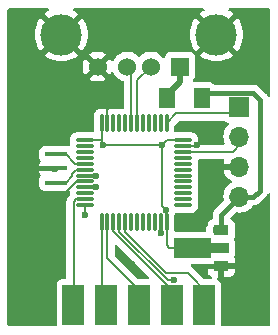
<source format=gbr>
%TF.GenerationSoftware,KiCad,Pcbnew,7.0.9*%
%TF.CreationDate,2024-03-27T20:05:08+00:00*%
%TF.ProjectId,USBHIDAdapter,55534248-4944-4416-9461-707465722e6b,rev?*%
%TF.SameCoordinates,Original*%
%TF.FileFunction,Copper,L1,Top*%
%TF.FilePolarity,Positive*%
%FSLAX46Y46*%
G04 Gerber Fmt 4.6, Leading zero omitted, Abs format (unit mm)*
G04 Created by KiCad (PCBNEW 7.0.9) date 2024-03-27 20:05:08*
%MOMM*%
%LPD*%
G01*
G04 APERTURE LIST*
G04 Aperture macros list*
%AMRoundRect*
0 Rectangle with rounded corners*
0 $1 Rounding radius*
0 $2 $3 $4 $5 $6 $7 $8 $9 X,Y pos of 4 corners*
0 Add a 4 corners polygon primitive as box body*
4,1,4,$2,$3,$4,$5,$6,$7,$8,$9,$2,$3,0*
0 Add four circle primitives for the rounded corners*
1,1,$1+$1,$2,$3*
1,1,$1+$1,$4,$5*
1,1,$1+$1,$6,$7*
1,1,$1+$1,$8,$9*
0 Add four rect primitives between the rounded corners*
20,1,$1+$1,$2,$3,$4,$5,0*
20,1,$1+$1,$4,$5,$6,$7,0*
20,1,$1+$1,$6,$7,$8,$9,0*
20,1,$1+$1,$8,$9,$2,$3,0*%
%AMFreePoly0*
4,1,9,3.862500,-0.866500,0.737500,-0.866500,0.737500,-0.450000,-0.737500,-0.450000,-0.737500,0.450000,0.737500,0.450000,0.737500,0.866500,3.862500,0.866500,3.862500,-0.866500,3.862500,-0.866500,$1*%
G04 Aperture macros list end*
%TA.AperFunction,ComponentPad*%
%ADD10R,1.700000X1.700000*%
%TD*%
%TA.AperFunction,ComponentPad*%
%ADD11O,1.700000X1.700000*%
%TD*%
%TA.AperFunction,SMDPad,CuDef*%
%ADD12R,1.900000X0.400000*%
%TD*%
%TA.AperFunction,SMDPad,CuDef*%
%ADD13RoundRect,0.250001X-0.462499X-0.624999X0.462499X-0.624999X0.462499X0.624999X-0.462499X0.624999X0*%
%TD*%
%TA.AperFunction,ComponentPad*%
%ADD14C,3.500000*%
%TD*%
%TA.AperFunction,ComponentPad*%
%ADD15C,1.524000*%
%TD*%
%TA.AperFunction,ComponentPad*%
%ADD16R,1.524000X1.524000*%
%TD*%
%TA.AperFunction,SMDPad,CuDef*%
%ADD17R,1.846667X3.480000*%
%TD*%
%TA.AperFunction,SMDPad,CuDef*%
%ADD18RoundRect,0.075000X-0.662500X-0.075000X0.662500X-0.075000X0.662500X0.075000X-0.662500X0.075000X0*%
%TD*%
%TA.AperFunction,SMDPad,CuDef*%
%ADD19RoundRect,0.075000X-0.075000X-0.662500X0.075000X-0.662500X0.075000X0.662500X-0.075000X0.662500X0*%
%TD*%
%TA.AperFunction,SMDPad,CuDef*%
%ADD20R,1.300000X0.900000*%
%TD*%
%TA.AperFunction,SMDPad,CuDef*%
%ADD21FreePoly0,180.000000*%
%TD*%
%TA.AperFunction,ViaPad*%
%ADD22C,0.600000*%
%TD*%
%TA.AperFunction,Conductor*%
%ADD23C,0.200000*%
%TD*%
%TA.AperFunction,Conductor*%
%ADD24C,0.127000*%
%TD*%
%TA.AperFunction,Conductor*%
%ADD25C,0.400000*%
%TD*%
%TA.AperFunction,Conductor*%
%ADD26C,0.500000*%
%TD*%
G04 APERTURE END LIST*
D10*
%TO.P,J2,1,Pin_1*%
%TO.N,/SWCLK*%
X138684000Y-84668200D03*
D11*
%TO.P,J2,2,Pin_2*%
%TO.N,/SWDIO*%
X138684000Y-87208200D03*
%TO.P,J2,3,Pin_3*%
%TO.N,GND*%
X138684000Y-89748200D03*
%TO.P,J2,4,Pin_4*%
%TO.N,+5V*%
X138684000Y-92288200D03*
%TD*%
D12*
%TO.P,Y1,1,1*%
%TO.N,/OSC_OUT*%
X123164600Y-91090600D03*
%TO.P,Y1,2,2*%
%TO.N,GND*%
X123164600Y-89890600D03*
%TO.P,Y1,3,3*%
%TO.N,/OSC_IN*%
X123164600Y-88690600D03*
%TD*%
D13*
%TO.P,F1,1*%
%TO.N,Net-(J3-VBUS)*%
X132573700Y-83947000D03*
%TO.P,F1,2*%
%TO.N,+5V*%
X135548700Y-83947000D03*
%TD*%
D14*
%TO.P,J3,5,Shield*%
%TO.N,GND*%
X123605000Y-78557100D03*
X136745000Y-78557100D03*
D15*
%TO.P,J3,4,GND*%
X126675000Y-81267100D03*
%TO.P,J3,3,D+*%
%TO.N,/USB_DP*%
X129175000Y-81267100D03*
%TO.P,J3,2,D-*%
%TO.N,/USB_DM*%
X131175000Y-81267100D03*
D16*
%TO.P,J3,1,VBUS*%
%TO.N,Net-(J3-VBUS)*%
X133675000Y-81267100D03*
%TD*%
D17*
%TO.P,J1,5,5*%
%TO.N,/PIN5*%
X124635000Y-101498400D03*
%TO.P,J1,4,4*%
%TO.N,/PIN4*%
X127405000Y-101498400D03*
%TO.P,J1,3,3*%
%TO.N,/PIN3*%
X130175000Y-101498400D03*
%TO.P,J1,2,2*%
%TO.N,/PIN2*%
X132945000Y-101498400D03*
%TO.P,J1,1,1*%
%TO.N,/PIN1*%
X135715000Y-101498400D03*
%TD*%
D18*
%TO.P,U1,1,VBAT*%
%TO.N,+3.3V*%
X125606100Y-87496200D03*
%TO.P,U1,2,PC13_TAMPER_RTC*%
%TO.N,unconnected-(U1-PC13_TAMPER_RTC-Pad2)*%
X125606100Y-87996200D03*
%TO.P,U1,3,PC14_OSC32IN*%
%TO.N,unconnected-(U1-PC14_OSC32IN-Pad3)*%
X125606100Y-88496200D03*
%TO.P,U1,4,PC15_OSC32OUT*%
%TO.N,unconnected-(U1-PC15_OSC32OUT-Pad4)*%
X125606100Y-88996200D03*
%TO.P,U1,5,OSC_IN_PD0*%
%TO.N,/OSC_IN*%
X125606100Y-89496200D03*
%TO.P,U1,6,OSC_OUT_PD1*%
%TO.N,/OSC_OUT*%
X125606100Y-89996200D03*
%TO.P,U1,7,NRST*%
%TO.N,/NRST*%
X125606100Y-90496200D03*
%TO.P,U1,8,VSSA*%
%TO.N,GND*%
X125606100Y-90996200D03*
%TO.P,U1,9,VDDA*%
%TO.N,+3.3V*%
X125606100Y-91496200D03*
%TO.P,U1,10,PA0_WKUP_ADC0*%
%TO.N,unconnected-(U1-PA0_WKUP_ADC0-Pad10)*%
X125606100Y-91996200D03*
%TO.P,U1,11,PA1_ADC1*%
%TO.N,/PIN5*%
X125606100Y-92496200D03*
%TO.P,U1,12,PA2_ADC2*%
%TO.N,/PIN9*%
X125606100Y-92996200D03*
D19*
%TO.P,U1,13,PA3_ADC3*%
%TO.N,/PIN4*%
X127018600Y-94408700D03*
%TO.P,U1,14,PA4_ADC4*%
%TO.N,/PIN3*%
X127518600Y-94408700D03*
%TO.P,U1,15,PA5_ADC5*%
%TO.N,/PIN2*%
X128018600Y-94408700D03*
%TO.P,U1,16,PA6_ADC6*%
%TO.N,/PIN6*%
X128518600Y-94408700D03*
%TO.P,U1,17,PA7_ADC7*%
%TO.N,/PIN1*%
X129018600Y-94408700D03*
%TO.P,U1,18,PB0_ADC8*%
%TO.N,unconnected-(U1-PB0_ADC8-Pad18)*%
X129518600Y-94408700D03*
%TO.P,U1,19,PB1_ADC9*%
%TO.N,unconnected-(U1-PB1_ADC9-Pad19)*%
X130018600Y-94408700D03*
%TO.P,U1,20,PB2_BOOT1*%
%TO.N,unconnected-(U1-PB2_BOOT1-Pad20)*%
X130518600Y-94408700D03*
%TO.P,U1,21,PB10*%
%TO.N,unconnected-(U1-PB10-Pad21)*%
X131018600Y-94408700D03*
%TO.P,U1,22,PB11*%
%TO.N,unconnected-(U1-PB11-Pad22)*%
X131518600Y-94408700D03*
%TO.P,U1,23,VSS1*%
%TO.N,GND*%
X132018600Y-94408700D03*
%TO.P,U1,24,VDD_VIO1*%
%TO.N,+3.3V*%
X132518600Y-94408700D03*
D18*
%TO.P,U1,25,PB12*%
%TO.N,unconnected-(U1-PB12-Pad25)*%
X133931100Y-92996200D03*
%TO.P,U1,26,PB13*%
%TO.N,unconnected-(U1-PB13-Pad26)*%
X133931100Y-92496200D03*
%TO.P,U1,27,PB14*%
%TO.N,unconnected-(U1-PB14-Pad27)*%
X133931100Y-91996200D03*
%TO.P,U1,28,PB15*%
%TO.N,unconnected-(U1-PB15-Pad28)*%
X133931100Y-91496200D03*
%TO.P,U1,29,PA8*%
%TO.N,unconnected-(U1-PA8-Pad29)*%
X133931100Y-90996200D03*
%TO.P,U1,30,PA9*%
%TO.N,unconnected-(U1-PA9-Pad30)*%
X133931100Y-90496200D03*
%TO.P,U1,31,PA10*%
%TO.N,unconnected-(U1-PA10-Pad31)*%
X133931100Y-89996200D03*
%TO.P,U1,32,PA11_USB1DM*%
%TO.N,unconnected-(U1-PA11_USB1DM-Pad32)*%
X133931100Y-89496200D03*
%TO.P,U1,33,PA12_USB1DP*%
%TO.N,unconnected-(U1-PA12_USB1DP-Pad33)*%
X133931100Y-88996200D03*
%TO.P,U1,34,PA13_SWDIO*%
%TO.N,/SWDIO*%
X133931100Y-88496200D03*
%TO.P,U1,35,VSS_2*%
%TO.N,GND*%
X133931100Y-87996200D03*
%TO.P,U1,36,VDD_2*%
%TO.N,+3.3V*%
X133931100Y-87496200D03*
D19*
%TO.P,U1,37,PA14_SWCLK*%
%TO.N,/SWCLK*%
X132518600Y-86083700D03*
%TO.P,U1,38,PA15*%
%TO.N,unconnected-(U1-PA15-Pad38)*%
X132018600Y-86083700D03*
%TO.P,U1,39,PB3*%
%TO.N,unconnected-(U1-PB3-Pad39)*%
X131518600Y-86083700D03*
%TO.P,U1,40,PB4*%
%TO.N,unconnected-(U1-PB4-Pad40)*%
X131018600Y-86083700D03*
%TO.P,U1,41,PB5*%
%TO.N,unconnected-(U1-PB5-Pad41)*%
X130518600Y-86083700D03*
%TO.P,U1,42,PB6_USB2DM*%
%TO.N,/USB_DM*%
X130018600Y-86083700D03*
%TO.P,U1,43,PB7_USB2DP*%
%TO.N,/USB_DP*%
X129518600Y-86083700D03*
%TO.P,U1,44,BOOT0*%
%TO.N,unconnected-(U1-BOOT0-Pad44)*%
X129018600Y-86083700D03*
%TO.P,U1,45,PB8*%
%TO.N,unconnected-(U1-PB8-Pad45)*%
X128518600Y-86083700D03*
%TO.P,U1,46,PB9*%
%TO.N,unconnected-(U1-PB9-Pad46)*%
X128018600Y-86083700D03*
%TO.P,U1,47,VSS_3*%
%TO.N,GND*%
X127518600Y-86083700D03*
%TO.P,U1,48,VDD_VIO_3*%
%TO.N,+3.3V*%
X127018600Y-86083700D03*
%TD*%
D20*
%TO.P,U2,1,GND*%
%TO.N,GND*%
X137159000Y-98121600D03*
D21*
%TO.P,U2,2,VO*%
%TO.N,+3.3V*%
X137071500Y-96621600D03*
D20*
%TO.P,U2,3,VI*%
%TO.N,+5V*%
X137159000Y-95121600D03*
%TD*%
D22*
%TO.N,+3.3V*%
X137071500Y-96621600D03*
X132105400Y-87909400D03*
X132486400Y-93421200D03*
X127127000Y-87934800D03*
X126550218Y-91506221D03*
%TO.N,GND*%
X139369800Y-100685600D03*
X132029200Y-95377000D03*
X123748800Y-84328000D03*
X123113800Y-89916000D03*
X135077200Y-87909400D03*
X137134600Y-98069400D03*
X129616200Y-98018600D03*
X139954000Y-81153000D03*
X127508000Y-84607400D03*
X130810000Y-78562200D03*
X123926600Y-92100400D03*
%TO.N,+5V*%
X136677400Y-95123000D03*
%TO.N,/NRST*%
X126586051Y-90531667D03*
%TO.N,/PIN6*%
X133108229Y-99331898D03*
%TO.N,/PIN9*%
X125603000Y-93853000D03*
%TD*%
D23*
%TO.N,+3.3V*%
X132518600Y-87496200D02*
X132105400Y-87909400D01*
X127152400Y-87909400D02*
X127127000Y-87934800D01*
D24*
X125616121Y-91506221D02*
X125606100Y-91496200D01*
D23*
X127018600Y-87604600D02*
X127018600Y-87826400D01*
X132105400Y-93040200D02*
X132486400Y-93421200D01*
D24*
X132518600Y-94408700D02*
X132519700Y-94409800D01*
D23*
X127018600Y-86083700D02*
X127018600Y-87604600D01*
X126910200Y-87496200D02*
X127018600Y-87604600D01*
D24*
X132765800Y-96621600D02*
X137071500Y-96621600D01*
X126550218Y-91506221D02*
X125616121Y-91506221D01*
D23*
X127018600Y-87826400D02*
X127127000Y-87934800D01*
X125606100Y-87496200D02*
X126910200Y-87496200D01*
X133931100Y-87496200D02*
X132518600Y-87496200D01*
D24*
X132486400Y-94376500D02*
X132518600Y-94408700D01*
D23*
X132105400Y-87909400D02*
X127152400Y-87909400D01*
X132105400Y-87909400D02*
X132105400Y-93040200D01*
D24*
X132519700Y-96375500D02*
X132765800Y-96621600D01*
X132519700Y-94409800D02*
X132519700Y-96375500D01*
X132486400Y-93421200D02*
X132486400Y-94376500D01*
D23*
%TO.N,GND*%
X133931100Y-87996200D02*
X134990400Y-87996200D01*
X127508000Y-84607400D02*
X127457200Y-84607400D01*
X127508000Y-84658200D02*
X127508000Y-84607400D01*
X123926600Y-92009030D02*
X124939430Y-90996200D01*
X123926600Y-92100400D02*
X123926600Y-92009030D01*
X127518600Y-86083700D02*
X127518600Y-84668800D01*
X124939430Y-90996200D02*
X125606100Y-90996200D01*
X134990400Y-87996200D02*
X135077200Y-87909400D01*
X127518600Y-84668800D02*
X127508000Y-84658200D01*
X127457200Y-84607400D02*
X127508000Y-84658200D01*
D25*
%TO.N,+5V*%
X139837000Y-92288200D02*
X138684000Y-92288200D01*
X137159000Y-95121600D02*
X136677400Y-95123000D01*
X139877800Y-92329000D02*
X139837000Y-92288200D01*
X137159000Y-93813200D02*
X138684000Y-92288200D01*
X137159000Y-93813200D02*
X137159000Y-95121600D01*
X140436600Y-84066800D02*
X140436600Y-91770200D01*
X140436600Y-91770200D02*
X139877800Y-92329000D01*
X135750500Y-83491200D02*
X139861000Y-83491200D01*
X139861000Y-83491200D02*
X140436600Y-84066800D01*
X135294700Y-83947000D02*
X135750500Y-83491200D01*
D24*
%TO.N,/NRST*%
X125641567Y-90531667D02*
X125606100Y-90496200D01*
X126586051Y-90531667D02*
X125641567Y-90531667D01*
D26*
%TO.N,Net-(J3-VBUS)*%
X133680200Y-81272300D02*
X133675000Y-81267100D01*
X133675000Y-81267100D02*
X133675000Y-82591700D01*
X133675000Y-82591700D02*
X132319700Y-83947000D01*
D23*
%TO.N,/PIN1*%
X134308467Y-98755200D02*
X132486400Y-98755200D01*
X132486400Y-98755200D02*
X129018600Y-95287400D01*
X136235000Y-101498400D02*
X136235000Y-100681733D01*
X129018600Y-95287400D02*
X129018600Y-94408700D01*
X136235000Y-100681733D02*
X134308467Y-98755200D01*
%TO.N,/PIN2*%
X133465000Y-101498400D02*
X133465000Y-100681733D01*
X133465000Y-100681733D02*
X128018600Y-95235333D01*
X128018600Y-95235333D02*
X128018600Y-94408700D01*
%TO.N,/PIN3*%
X130695000Y-101498400D02*
X130695000Y-100681733D01*
X127518600Y-97505333D02*
X127518600Y-94408700D01*
X130695000Y-100681733D02*
X127518600Y-97505333D01*
%TO.N,/PIN4*%
X127925000Y-101498400D02*
X127018600Y-100592000D01*
X127018600Y-100592000D02*
X127018600Y-94408700D01*
%TO.N,/PIN5*%
X125155000Y-101498400D02*
X124641600Y-100985000D01*
X124868601Y-92496200D02*
X125606100Y-92496200D01*
X124641600Y-92723201D02*
X124868601Y-92496200D01*
X124641600Y-100985000D02*
X124641600Y-92723201D01*
%TO.N,/PIN6*%
X132600650Y-99331898D02*
X128518600Y-95249848D01*
X133108229Y-99331898D02*
X132600650Y-99331898D01*
X128518600Y-95249848D02*
X128518600Y-94408700D01*
%TO.N,/PIN9*%
X125603000Y-92999300D02*
X125606100Y-92996200D01*
X125603000Y-93853000D02*
X125603000Y-92999300D01*
%TO.N,/SWDIO*%
X133931100Y-88496200D02*
X138122600Y-88496200D01*
X138122600Y-88496200D02*
X138836400Y-87782400D01*
%TO.N,/SWCLK*%
X132518600Y-86083700D02*
X133359900Y-85242400D01*
X133359900Y-85242400D02*
X138836400Y-85242400D01*
%TO.N,/USB_DM*%
X130018600Y-82423500D02*
X131175000Y-81267100D01*
X130018600Y-86083700D02*
X130018600Y-82423500D01*
%TO.N,/USB_DP*%
X129518600Y-81610700D02*
X129175000Y-81267100D01*
X129518600Y-86083700D02*
X129518600Y-81610700D01*
D24*
%TO.N,/OSC_IN*%
X125546500Y-89555800D02*
X125606100Y-89496200D01*
X124802200Y-89496200D02*
X123996600Y-88690600D01*
X125606100Y-89496200D02*
X124802200Y-89496200D01*
X123996600Y-88690600D02*
X123164600Y-88690600D01*
%TO.N,/OSC_OUT*%
X123996600Y-91090600D02*
X123164600Y-91090600D01*
X124510800Y-90576400D02*
X123996600Y-91090600D01*
X124868601Y-89996200D02*
X124510800Y-90354001D01*
X125606100Y-89996200D02*
X124868601Y-89996200D01*
X124510800Y-90354001D02*
X124510800Y-90576400D01*
%TD*%
%TA.AperFunction,Conductor*%
%TO.N,GND*%
G36*
X122538955Y-76364585D02*
G01*
X122584710Y-76417389D01*
X122594654Y-76486547D01*
X122565629Y-76550103D01*
X122526760Y-76580112D01*
X122477593Y-76604358D01*
X122477580Y-76604365D01*
X122232350Y-76768223D01*
X122198958Y-76797506D01*
X122985388Y-77583936D01*
X122826931Y-77703599D01*
X122683348Y-77861101D01*
X122634439Y-77940091D01*
X121845406Y-77151058D01*
X121816123Y-77184450D01*
X121652265Y-77429680D01*
X121652258Y-77429693D01*
X121521812Y-77694211D01*
X121427005Y-77973500D01*
X121427001Y-77973515D01*
X121369464Y-78262775D01*
X121369462Y-78262787D01*
X121350172Y-78557100D01*
X121369462Y-78851412D01*
X121369464Y-78851424D01*
X121427001Y-79140684D01*
X121427005Y-79140699D01*
X121521812Y-79419988D01*
X121652258Y-79684506D01*
X121652265Y-79684519D01*
X121816122Y-79929748D01*
X121845406Y-79963139D01*
X122634438Y-79174107D01*
X122683348Y-79253099D01*
X122826931Y-79410601D01*
X122985388Y-79530263D01*
X122198959Y-80316692D01*
X122198959Y-80316693D01*
X122232344Y-80345972D01*
X122232348Y-80345975D01*
X122477580Y-80509834D01*
X122477593Y-80509841D01*
X122742111Y-80640287D01*
X123021400Y-80735094D01*
X123021415Y-80735098D01*
X123310675Y-80792635D01*
X123310687Y-80792637D01*
X123605000Y-80811927D01*
X123899312Y-80792637D01*
X123899324Y-80792635D01*
X124188584Y-80735098D01*
X124188599Y-80735094D01*
X124467888Y-80640287D01*
X124732406Y-80509841D01*
X124732419Y-80509834D01*
X124977650Y-80345977D01*
X125011039Y-80316693D01*
X125011040Y-80316692D01*
X124224611Y-79530263D01*
X124383069Y-79410601D01*
X124526652Y-79253099D01*
X124575560Y-79174108D01*
X125364592Y-79963140D01*
X125364593Y-79963139D01*
X125393877Y-79929750D01*
X125557734Y-79684519D01*
X125557741Y-79684506D01*
X125688187Y-79419988D01*
X125782994Y-79140699D01*
X125782998Y-79140684D01*
X125840535Y-78851424D01*
X125840537Y-78851412D01*
X125859827Y-78557100D01*
X125840537Y-78262787D01*
X125840535Y-78262775D01*
X125782998Y-77973515D01*
X125782994Y-77973500D01*
X125688187Y-77694211D01*
X125557741Y-77429693D01*
X125557734Y-77429680D01*
X125393875Y-77184448D01*
X125393872Y-77184444D01*
X125364593Y-77151059D01*
X125364592Y-77151059D01*
X124575560Y-77940091D01*
X124526652Y-77861101D01*
X124383069Y-77703599D01*
X124224610Y-77583935D01*
X125011039Y-76797506D01*
X124977648Y-76768222D01*
X124732419Y-76604365D01*
X124732406Y-76604358D01*
X124683240Y-76580112D01*
X124631821Y-76532807D01*
X124614139Y-76465212D01*
X124635809Y-76398787D01*
X124689950Y-76354623D01*
X124738084Y-76344900D01*
X135611916Y-76344900D01*
X135678955Y-76364585D01*
X135724710Y-76417389D01*
X135734654Y-76486547D01*
X135705629Y-76550103D01*
X135666760Y-76580112D01*
X135617593Y-76604358D01*
X135617580Y-76604365D01*
X135372350Y-76768223D01*
X135338958Y-76797506D01*
X136125388Y-77583936D01*
X135966931Y-77703599D01*
X135823348Y-77861101D01*
X135774439Y-77940091D01*
X134985406Y-77151058D01*
X134956123Y-77184450D01*
X134792265Y-77429680D01*
X134792258Y-77429693D01*
X134661812Y-77694211D01*
X134567005Y-77973500D01*
X134567001Y-77973515D01*
X134509464Y-78262775D01*
X134509462Y-78262787D01*
X134490172Y-78557100D01*
X134509462Y-78851412D01*
X134509464Y-78851424D01*
X134567001Y-79140684D01*
X134567005Y-79140699D01*
X134661812Y-79419988D01*
X134792258Y-79684506D01*
X134792265Y-79684519D01*
X134956122Y-79929748D01*
X134985406Y-79963139D01*
X135774438Y-79174107D01*
X135823348Y-79253099D01*
X135966931Y-79410601D01*
X136125388Y-79530263D01*
X135338959Y-80316692D01*
X135338959Y-80316693D01*
X135372344Y-80345972D01*
X135372348Y-80345975D01*
X135617580Y-80509834D01*
X135617593Y-80509841D01*
X135882111Y-80640287D01*
X136161400Y-80735094D01*
X136161415Y-80735098D01*
X136450675Y-80792635D01*
X136450687Y-80792637D01*
X136745000Y-80811927D01*
X137039312Y-80792637D01*
X137039324Y-80792635D01*
X137328584Y-80735098D01*
X137328599Y-80735094D01*
X137607888Y-80640287D01*
X137872406Y-80509841D01*
X137872419Y-80509834D01*
X138117650Y-80345977D01*
X138151039Y-80316693D01*
X138151040Y-80316692D01*
X137364611Y-79530263D01*
X137523069Y-79410601D01*
X137666652Y-79253099D01*
X137715560Y-79174108D01*
X138504592Y-79963140D01*
X138504593Y-79963139D01*
X138533877Y-79929750D01*
X138697734Y-79684519D01*
X138697741Y-79684506D01*
X138828187Y-79419988D01*
X138922994Y-79140699D01*
X138922998Y-79140684D01*
X138980535Y-78851424D01*
X138980537Y-78851412D01*
X138999827Y-78557100D01*
X138980537Y-78262787D01*
X138980535Y-78262775D01*
X138922998Y-77973515D01*
X138922994Y-77973500D01*
X138828187Y-77694211D01*
X138697741Y-77429693D01*
X138697734Y-77429680D01*
X138533875Y-77184448D01*
X138533872Y-77184444D01*
X138504593Y-77151059D01*
X138504592Y-77151059D01*
X137715560Y-77940091D01*
X137666652Y-77861101D01*
X137523069Y-77703599D01*
X137364610Y-77583935D01*
X138151039Y-76797506D01*
X138117648Y-76768222D01*
X137872419Y-76604365D01*
X137872406Y-76604358D01*
X137823240Y-76580112D01*
X137771821Y-76532807D01*
X137754139Y-76465212D01*
X137775809Y-76398787D01*
X137829950Y-76354623D01*
X137878084Y-76344900D01*
X141183700Y-76344900D01*
X141250739Y-76364585D01*
X141296494Y-76417389D01*
X141307700Y-76468900D01*
X141307700Y-83711616D01*
X141288015Y-83778655D01*
X141235211Y-83824410D01*
X141166053Y-83834354D01*
X141102497Y-83805329D01*
X141067758Y-83755587D01*
X141066298Y-83751739D01*
X141061418Y-83738870D01*
X141055659Y-83730527D01*
X141044630Y-83710972D01*
X141040477Y-83701743D01*
X141040474Y-83701738D01*
X141002233Y-83652927D01*
X141000013Y-83649910D01*
X140986429Y-83630231D01*
X140964783Y-83598871D01*
X140918350Y-83557735D01*
X140915656Y-83555199D01*
X140372598Y-83012141D01*
X140370064Y-83009450D01*
X140328929Y-82963017D01*
X140328928Y-82963016D01*
X140328924Y-82963012D01*
X140277896Y-82927791D01*
X140274887Y-82925577D01*
X140226060Y-82887324D01*
X140226055Y-82887320D01*
X140216813Y-82883161D01*
X140197266Y-82872136D01*
X140188931Y-82866383D01*
X140188932Y-82866383D01*
X140188930Y-82866382D01*
X140130941Y-82844389D01*
X140127490Y-82842959D01*
X140070930Y-82817504D01*
X140060946Y-82815674D01*
X140039343Y-82809651D01*
X140029874Y-82806060D01*
X140029870Y-82806059D01*
X139968313Y-82798584D01*
X139964612Y-82798021D01*
X139903608Y-82786842D01*
X139903603Y-82786842D01*
X139841697Y-82790587D01*
X139837952Y-82790700D01*
X136592628Y-82790700D01*
X136525589Y-82771015D01*
X136504947Y-82754381D01*
X136479855Y-82729289D01*
X136479851Y-82729286D01*
X136330537Y-82637187D01*
X136330535Y-82637186D01*
X136219669Y-82600449D01*
X136163997Y-82582001D01*
X136163995Y-82582000D01*
X136061215Y-82571500D01*
X136061208Y-82571500D01*
X135036192Y-82571500D01*
X135036184Y-82571500D01*
X134933404Y-82582000D01*
X134933402Y-82582001D01*
X134929296Y-82583362D01*
X134859467Y-82585762D01*
X134799427Y-82550029D01*
X134768236Y-82487507D01*
X134775798Y-82418048D01*
X134791029Y-82391343D01*
X134794544Y-82386647D01*
X134794546Y-82386646D01*
X134880796Y-82271431D01*
X134931091Y-82136583D01*
X134937500Y-82076973D01*
X134937499Y-80457228D01*
X134931091Y-80397617D01*
X134900908Y-80316693D01*
X134880797Y-80262771D01*
X134880793Y-80262764D01*
X134794547Y-80147555D01*
X134794544Y-80147552D01*
X134679335Y-80061306D01*
X134679328Y-80061302D01*
X134544482Y-80011008D01*
X134544483Y-80011008D01*
X134484883Y-80004601D01*
X134484881Y-80004600D01*
X134484873Y-80004600D01*
X134484864Y-80004600D01*
X132865129Y-80004600D01*
X132865123Y-80004601D01*
X132805516Y-80011008D01*
X132670671Y-80061302D01*
X132670664Y-80061306D01*
X132555455Y-80147552D01*
X132555452Y-80147555D01*
X132469206Y-80262764D01*
X132469202Y-80262771D01*
X132418908Y-80397616D01*
X132412770Y-80454710D01*
X132386032Y-80519261D01*
X132328639Y-80559109D01*
X132258814Y-80561602D01*
X132198725Y-80525949D01*
X132187906Y-80512577D01*
X132145827Y-80452481D01*
X132087318Y-80393972D01*
X131989620Y-80296274D01*
X131989616Y-80296271D01*
X131989615Y-80296270D01*
X131808666Y-80169568D01*
X131808662Y-80169566D01*
X131761457Y-80147554D01*
X131608450Y-80076206D01*
X131608447Y-80076205D01*
X131608445Y-80076204D01*
X131395070Y-80019030D01*
X131395062Y-80019029D01*
X131175002Y-79999777D01*
X131174998Y-79999777D01*
X130954937Y-80019029D01*
X130954929Y-80019030D01*
X130741554Y-80076204D01*
X130741548Y-80076207D01*
X130541340Y-80169565D01*
X130541338Y-80169566D01*
X130360381Y-80296272D01*
X130262680Y-80393973D01*
X130201356Y-80427457D01*
X130131665Y-80422473D01*
X130087318Y-80393972D01*
X129989621Y-80296275D01*
X129989615Y-80296270D01*
X129808666Y-80169568D01*
X129808662Y-80169566D01*
X129761457Y-80147554D01*
X129608450Y-80076206D01*
X129608447Y-80076205D01*
X129608445Y-80076204D01*
X129395070Y-80019030D01*
X129395062Y-80019029D01*
X129175002Y-79999777D01*
X129174998Y-79999777D01*
X128954937Y-80019029D01*
X128954929Y-80019030D01*
X128741554Y-80076204D01*
X128741548Y-80076207D01*
X128541340Y-80169565D01*
X128541338Y-80169566D01*
X128360377Y-80296275D01*
X128204175Y-80452477D01*
X128077466Y-80633438D01*
X128077462Y-80633445D01*
X128037104Y-80719992D01*
X127990931Y-80772431D01*
X127923738Y-80791582D01*
X127856857Y-80771365D01*
X127812341Y-80719990D01*
X127772100Y-80633693D01*
X127772099Y-80633691D01*
X127726740Y-80568911D01*
X127128779Y-81166872D01*
X127128533Y-81163584D01*
X127077872Y-81034502D01*
X126991414Y-80926087D01*
X126876841Y-80847973D01*
X126772697Y-80815849D01*
X127373187Y-80215358D01*
X127308409Y-80170000D01*
X127308407Y-80169999D01*
X127108284Y-80076680D01*
X127108270Y-80076675D01*
X126894986Y-80019526D01*
X126894976Y-80019524D01*
X126675001Y-80000279D01*
X126674999Y-80000279D01*
X126455023Y-80019524D01*
X126455013Y-80019526D01*
X126241729Y-80076675D01*
X126241720Y-80076679D01*
X126041586Y-80170003D01*
X125976812Y-80215357D01*
X125976811Y-80215358D01*
X126577980Y-80816527D01*
X126537881Y-80822571D01*
X126412946Y-80882737D01*
X126311295Y-80977055D01*
X126241961Y-81097145D01*
X126225149Y-81170802D01*
X125623258Y-80568911D01*
X125623257Y-80568912D01*
X125577903Y-80633686D01*
X125484579Y-80833820D01*
X125484575Y-80833829D01*
X125427426Y-81047113D01*
X125427424Y-81047123D01*
X125408179Y-81267099D01*
X125408179Y-81267100D01*
X125427424Y-81487076D01*
X125427426Y-81487086D01*
X125484575Y-81700370D01*
X125484580Y-81700384D01*
X125577899Y-81900507D01*
X125577900Y-81900509D01*
X125623258Y-81965287D01*
X126221220Y-81367325D01*
X126221467Y-81370616D01*
X126272128Y-81499698D01*
X126358586Y-81608113D01*
X126473159Y-81686227D01*
X126577301Y-81718350D01*
X125976811Y-82318841D01*
X126041582Y-82364194D01*
X126041592Y-82364200D01*
X126241715Y-82457519D01*
X126241729Y-82457524D01*
X126455013Y-82514673D01*
X126455023Y-82514675D01*
X126674999Y-82533921D01*
X126675001Y-82533921D01*
X126894976Y-82514675D01*
X126894986Y-82514673D01*
X127108270Y-82457524D01*
X127108284Y-82457519D01*
X127308408Y-82364200D01*
X127308420Y-82364193D01*
X127373186Y-82318842D01*
X127373187Y-82318840D01*
X126772020Y-81717672D01*
X126812119Y-81711629D01*
X126937054Y-81651463D01*
X127038705Y-81557145D01*
X127108039Y-81437055D01*
X127124850Y-81363397D01*
X127726740Y-81965287D01*
X127726742Y-81965286D01*
X127772093Y-81900520D01*
X127772095Y-81900517D01*
X127812341Y-81814209D01*
X127858513Y-81761770D01*
X127925707Y-81742617D01*
X127992588Y-81762832D01*
X128037106Y-81814209D01*
X128077464Y-81900758D01*
X128077468Y-81900766D01*
X128204170Y-82081715D01*
X128204175Y-82081721D01*
X128360378Y-82237924D01*
X128360384Y-82237929D01*
X128541333Y-82364631D01*
X128541335Y-82364632D01*
X128541338Y-82364634D01*
X128741550Y-82457994D01*
X128741556Y-82457995D01*
X128741557Y-82457996D01*
X128826193Y-82480674D01*
X128885854Y-82517039D01*
X128916383Y-82579886D01*
X128918100Y-82600449D01*
X128918100Y-84735346D01*
X128898415Y-84802385D01*
X128845611Y-84848140D01*
X128810288Y-84858284D01*
X128793364Y-84860513D01*
X128793362Y-84860513D01*
X128785310Y-84861574D01*
X128784918Y-84858599D01*
X128752284Y-84858599D01*
X128751892Y-84861574D01*
X128743837Y-84860513D01*
X128743836Y-84860513D01*
X128714871Y-84856699D01*
X128631327Y-84845700D01*
X128631320Y-84845700D01*
X128405880Y-84845700D01*
X128405872Y-84845700D01*
X128318993Y-84857138D01*
X128293364Y-84860513D01*
X128293362Y-84860513D01*
X128285308Y-84861574D01*
X128284916Y-84858599D01*
X128252284Y-84858599D01*
X128251892Y-84861574D01*
X128243837Y-84860513D01*
X128243836Y-84860513D01*
X128214871Y-84856699D01*
X128131327Y-84845700D01*
X128131320Y-84845700D01*
X127905880Y-84845700D01*
X127905872Y-84845700D01*
X127810392Y-84858271D01*
X127793364Y-84860513D01*
X127793363Y-84860513D01*
X127785307Y-84861574D01*
X127785072Y-84859795D01*
X127751329Y-84862004D01*
X127668600Y-84851111D01*
X127666445Y-84853001D01*
X127648915Y-84912702D01*
X127620087Y-84944038D01*
X127594086Y-84963989D01*
X127528919Y-84989184D01*
X127460474Y-84975146D01*
X127443115Y-84963990D01*
X127417112Y-84944038D01*
X127375910Y-84887610D01*
X127369720Y-84852094D01*
X127368599Y-84851111D01*
X127285870Y-84862004D01*
X127252127Y-84859793D01*
X127251893Y-84861574D01*
X127243836Y-84860513D01*
X127224051Y-84857908D01*
X127131327Y-84845700D01*
X127131320Y-84845700D01*
X126905880Y-84845700D01*
X126905872Y-84845700D01*
X126793364Y-84860513D01*
X126793363Y-84860513D01*
X126653370Y-84918500D01*
X126653367Y-84918501D01*
X126653367Y-84918502D01*
X126561253Y-84989184D01*
X126533149Y-85010749D01*
X126440900Y-85130970D01*
X126382913Y-85270963D01*
X126382913Y-85270964D01*
X126368100Y-85383472D01*
X126368100Y-86721700D01*
X126348415Y-86788739D01*
X126295611Y-86834494D01*
X126244100Y-86845700D01*
X124905872Y-86845700D01*
X124793364Y-86860513D01*
X124793363Y-86860513D01*
X124653370Y-86918500D01*
X124533149Y-87010749D01*
X124440900Y-87130970D01*
X124382913Y-87270963D01*
X124382913Y-87270964D01*
X124368100Y-87383472D01*
X124368100Y-87608927D01*
X124383974Y-87729492D01*
X124380999Y-87729883D01*
X124380999Y-87762516D01*
X124383974Y-87762908D01*
X124367570Y-87887505D01*
X124366390Y-87887349D01*
X124344119Y-87948117D01*
X124288425Y-87990307D01*
X124230067Y-87994815D01*
X124229796Y-87997338D01*
X124162483Y-87990101D01*
X124162481Y-87990100D01*
X124162473Y-87990100D01*
X124162464Y-87990100D01*
X122166729Y-87990100D01*
X122166723Y-87990101D01*
X122107116Y-87996508D01*
X121972271Y-88046802D01*
X121972264Y-88046806D01*
X121857055Y-88133052D01*
X121857052Y-88133055D01*
X121770806Y-88248264D01*
X121770802Y-88248271D01*
X121720510Y-88383113D01*
X121720509Y-88383117D01*
X121714100Y-88442727D01*
X121714100Y-88442734D01*
X121714100Y-88442735D01*
X121714100Y-88938470D01*
X121714101Y-88938476D01*
X121720508Y-88998083D01*
X121770802Y-89132928D01*
X121770804Y-89132931D01*
X121824390Y-89204513D01*
X121833517Y-89216704D01*
X121857935Y-89282169D01*
X121843084Y-89350442D01*
X121833518Y-89365327D01*
X121771247Y-89448510D01*
X121771245Y-89448513D01*
X121721003Y-89583220D01*
X121721001Y-89583227D01*
X121714600Y-89642755D01*
X121714600Y-89690600D01*
X123240600Y-89690600D01*
X123307639Y-89710285D01*
X123353394Y-89763089D01*
X123364600Y-89814600D01*
X123364600Y-89966600D01*
X123344915Y-90033639D01*
X123292111Y-90079394D01*
X123240600Y-90090600D01*
X121714600Y-90090600D01*
X121714600Y-90138444D01*
X121721001Y-90197972D01*
X121721003Y-90197979D01*
X121771245Y-90332686D01*
X121771246Y-90332688D01*
X121833518Y-90415872D01*
X121857935Y-90481336D01*
X121843084Y-90549609D01*
X121833518Y-90564494D01*
X121770804Y-90648269D01*
X121770802Y-90648271D01*
X121723963Y-90773856D01*
X121720509Y-90783117D01*
X121714100Y-90842727D01*
X121714100Y-90842734D01*
X121714100Y-90842735D01*
X121714100Y-91338470D01*
X121714101Y-91338476D01*
X121720508Y-91398083D01*
X121770802Y-91532928D01*
X121770806Y-91532935D01*
X121857052Y-91648144D01*
X121857055Y-91648147D01*
X121972264Y-91734393D01*
X121972271Y-91734397D01*
X122107117Y-91784691D01*
X122107116Y-91784691D01*
X122114044Y-91785435D01*
X122166727Y-91791100D01*
X124162472Y-91791099D01*
X124222083Y-91784691D01*
X124222082Y-91784691D01*
X124229796Y-91783862D01*
X124230135Y-91787018D01*
X124285285Y-91789942D01*
X124341981Y-91830776D01*
X124367600Y-91895779D01*
X124368100Y-91906903D01*
X124368100Y-92096103D01*
X124348415Y-92163142D01*
X124331785Y-92183779D01*
X124309420Y-92206145D01*
X124247695Y-92267869D01*
X124241594Y-92273220D01*
X124213316Y-92294919D01*
X124167419Y-92354736D01*
X124121748Y-92414256D01*
X124117064Y-92420360D01*
X124117062Y-92420363D01*
X124117060Y-92420366D01*
X124056557Y-92566435D01*
X124056555Y-92566440D01*
X124035918Y-92723199D01*
X124035918Y-92723200D01*
X124040569Y-92758527D01*
X124041100Y-92766629D01*
X124041100Y-99133900D01*
X124021415Y-99200939D01*
X123968611Y-99246694D01*
X123917100Y-99257900D01*
X123663796Y-99257900D01*
X123663789Y-99257901D01*
X123604182Y-99264308D01*
X123469337Y-99314602D01*
X123469330Y-99314606D01*
X123354121Y-99400852D01*
X123354118Y-99400855D01*
X123267872Y-99516064D01*
X123267868Y-99516071D01*
X123217574Y-99650917D01*
X123211167Y-99710516D01*
X123211167Y-99710523D01*
X123211166Y-99710535D01*
X123211167Y-103134500D01*
X123191482Y-103201539D01*
X123138678Y-103247294D01*
X123087167Y-103258500D01*
X119166300Y-103258500D01*
X119099261Y-103238815D01*
X119053506Y-103186011D01*
X119042300Y-103134500D01*
X119042300Y-76468900D01*
X119061985Y-76401861D01*
X119114789Y-76356106D01*
X119166300Y-76344900D01*
X122471916Y-76344900D01*
X122538955Y-76364585D01*
G37*
%TD.AperFunction*%
%TA.AperFunction,Conductor*%
G36*
X141243724Y-92016879D02*
G01*
X141292857Y-92066555D01*
X141307700Y-92125383D01*
X141307700Y-103134500D01*
X141288015Y-103201539D01*
X141235211Y-103247294D01*
X141183700Y-103258500D01*
X137262834Y-103258500D01*
X137195795Y-103238815D01*
X137150040Y-103186011D01*
X137138834Y-103134500D01*
X137138833Y-99710529D01*
X137138832Y-99710523D01*
X137138831Y-99710516D01*
X137132425Y-99650917D01*
X137082130Y-99516069D01*
X137082129Y-99516068D01*
X137082127Y-99516064D01*
X136995881Y-99400855D01*
X136995878Y-99400852D01*
X136880669Y-99314606D01*
X136880662Y-99314602D01*
X136873100Y-99311782D01*
X136817166Y-99269911D01*
X136792749Y-99204447D01*
X136807601Y-99136174D01*
X136857006Y-99086768D01*
X136906452Y-99074147D01*
X136909000Y-99071600D01*
X136909000Y-98371600D01*
X137409000Y-98371600D01*
X137409000Y-99071600D01*
X137856828Y-99071600D01*
X137856844Y-99071599D01*
X137916372Y-99065198D01*
X137916379Y-99065196D01*
X138051086Y-99014954D01*
X138051093Y-99014950D01*
X138166187Y-98928790D01*
X138166190Y-98928787D01*
X138252350Y-98813693D01*
X138252354Y-98813686D01*
X138302596Y-98678979D01*
X138302598Y-98678972D01*
X138308999Y-98619444D01*
X138309000Y-98619427D01*
X138309000Y-98371600D01*
X137409000Y-98371600D01*
X136909000Y-98371600D01*
X136009000Y-98371600D01*
X136009000Y-98619444D01*
X136015401Y-98678972D01*
X136015403Y-98678979D01*
X136065645Y-98813686D01*
X136065649Y-98813693D01*
X136151809Y-98928787D01*
X136151812Y-98928790D01*
X136266906Y-99014950D01*
X136266911Y-99014953D01*
X136274324Y-99017718D01*
X136330257Y-99059590D01*
X136354674Y-99125054D01*
X136339822Y-99193327D01*
X136290417Y-99242732D01*
X136230990Y-99257900D01*
X135711764Y-99257900D01*
X135644725Y-99238215D01*
X135624083Y-99221581D01*
X134763795Y-98361293D01*
X134758441Y-98355188D01*
X134736753Y-98326922D01*
X134736750Y-98326920D01*
X134736749Y-98326918D01*
X134611308Y-98230664D01*
X134611303Y-98230660D01*
X134604271Y-98226601D01*
X134605516Y-98224443D01*
X134560872Y-98188465D01*
X134538809Y-98122170D01*
X134556090Y-98054471D01*
X134607228Y-98006862D01*
X134662730Y-97993747D01*
X136334000Y-97993747D01*
X136405961Y-97988600D01*
X136405963Y-97988599D01*
X136405965Y-97988599D01*
X136544050Y-97948054D01*
X136544051Y-97948053D01*
X136544053Y-97948053D01*
X136544055Y-97948052D01*
X136632387Y-97891285D01*
X136699426Y-97871600D01*
X138309000Y-97871600D01*
X138309000Y-97623772D01*
X138308999Y-97623755D01*
X138302598Y-97564227D01*
X138302597Y-97564223D01*
X138252351Y-97429509D01*
X138251288Y-97427562D01*
X138250816Y-97425392D01*
X138249253Y-97421202D01*
X138249855Y-97420977D01*
X138236435Y-97359290D01*
X138247325Y-97316621D01*
X138258150Y-97292917D01*
X138294165Y-97214057D01*
X138314647Y-97071600D01*
X138314647Y-96171600D01*
X138309500Y-96099639D01*
X138268954Y-95961549D01*
X138268954Y-95961548D01*
X138256416Y-95942039D01*
X138236731Y-95874999D01*
X138250156Y-95822412D01*
X138249697Y-95822241D01*
X138251290Y-95817967D01*
X138251906Y-95815558D01*
X138252788Y-95813940D01*
X138252796Y-95813931D01*
X138303091Y-95679083D01*
X138309500Y-95619473D01*
X138309499Y-94623728D01*
X138303091Y-94564117D01*
X138286390Y-94519340D01*
X138252797Y-94429271D01*
X138252793Y-94429264D01*
X138166547Y-94314055D01*
X138166544Y-94314052D01*
X138051335Y-94227806D01*
X138051329Y-94227803D01*
X138001753Y-94209312D01*
X137945820Y-94167440D01*
X137921403Y-94101976D01*
X137936255Y-94033703D01*
X137957400Y-94005456D01*
X138312006Y-93650849D01*
X138373327Y-93617366D01*
X138431778Y-93618757D01*
X138448592Y-93623263D01*
X138636918Y-93639739D01*
X138683999Y-93643859D01*
X138684000Y-93643859D01*
X138684001Y-93643859D01*
X138723234Y-93640426D01*
X138919408Y-93623263D01*
X139147663Y-93562103D01*
X139361830Y-93462235D01*
X139555401Y-93326695D01*
X139722495Y-93159601D01*
X139775481Y-93083928D01*
X139830056Y-93040304D01*
X139869579Y-93031278D01*
X139874062Y-93031007D01*
X139881551Y-93031007D01*
X139882236Y-93031048D01*
X139920406Y-93033358D01*
X139958713Y-93026337D01*
X139966131Y-93025436D01*
X140004996Y-93023086D01*
X140042178Y-93011499D01*
X140049414Y-93009716D01*
X140087732Y-93002695D01*
X140123245Y-92986710D01*
X140130227Y-92984061D01*
X140167406Y-92972478D01*
X140200726Y-92952334D01*
X140207342Y-92948861D01*
X140242857Y-92932878D01*
X140273500Y-92908870D01*
X140279660Y-92904616D01*
X140312985Y-92884472D01*
X140433272Y-92764185D01*
X140433272Y-92764184D01*
X140915648Y-92281806D01*
X140918340Y-92279272D01*
X140964783Y-92238129D01*
X141000027Y-92187067D01*
X141002234Y-92184069D01*
X141002457Y-92183785D01*
X141040478Y-92135256D01*
X141044637Y-92126013D01*
X141055661Y-92106468D01*
X141061418Y-92098130D01*
X141067758Y-92081411D01*
X141109936Y-92025709D01*
X141175533Y-92001652D01*
X141243724Y-92016879D01*
G37*
%TD.AperFunction*%
%TA.AperFunction,Conductor*%
G36*
X128324303Y-96390717D02*
G01*
X128330781Y-96396749D01*
X130980251Y-99046219D01*
X131013736Y-99107542D01*
X131008752Y-99177234D01*
X130966880Y-99233167D01*
X130901416Y-99257584D01*
X130892570Y-99257900D01*
X130171764Y-99257900D01*
X130104725Y-99238215D01*
X130084083Y-99221581D01*
X128155419Y-97292917D01*
X128121934Y-97231594D01*
X128119100Y-97205236D01*
X128119100Y-96484430D01*
X128138785Y-96417391D01*
X128191589Y-96371636D01*
X128260747Y-96361692D01*
X128324303Y-96390717D01*
G37*
%TD.AperFunction*%
%TA.AperFunction,Conductor*%
G36*
X137370637Y-89116385D02*
G01*
X137416392Y-89169189D01*
X137426336Y-89238347D01*
X137415981Y-89273104D01*
X137410568Y-89284711D01*
X137410567Y-89284713D01*
X137353364Y-89498199D01*
X137353364Y-89498200D01*
X138250314Y-89498200D01*
X138224507Y-89538356D01*
X138184000Y-89676311D01*
X138184000Y-89820089D01*
X138224507Y-89958044D01*
X138250314Y-89998200D01*
X137353364Y-89998200D01*
X137410567Y-90211686D01*
X137410570Y-90211692D01*
X137510399Y-90425778D01*
X137645894Y-90619282D01*
X137812917Y-90786305D01*
X137998595Y-90916319D01*
X138042219Y-90970896D01*
X138049412Y-91040395D01*
X138017890Y-91102749D01*
X137998595Y-91119469D01*
X137812594Y-91249708D01*
X137645505Y-91416797D01*
X137509965Y-91610369D01*
X137509964Y-91610371D01*
X137410098Y-91824535D01*
X137410094Y-91824544D01*
X137348938Y-92052786D01*
X137348936Y-92052796D01*
X137328341Y-92288199D01*
X137328341Y-92288200D01*
X137348937Y-92523609D01*
X137348937Y-92523610D01*
X137353442Y-92540425D01*
X137351776Y-92610275D01*
X137321347Y-92660194D01*
X136679966Y-93301575D01*
X136677240Y-93304142D01*
X136630818Y-93345268D01*
X136595586Y-93396309D01*
X136593368Y-93399324D01*
X136555124Y-93448139D01*
X136555119Y-93448148D01*
X136550960Y-93457388D01*
X136539942Y-93476923D01*
X136534187Y-93485261D01*
X136534183Y-93485267D01*
X136534182Y-93485270D01*
X136534180Y-93485274D01*
X136534179Y-93485277D01*
X136512189Y-93543255D01*
X136510757Y-93546713D01*
X136485305Y-93603268D01*
X136483477Y-93613242D01*
X136477453Y-93634853D01*
X136473860Y-93644327D01*
X136473859Y-93644328D01*
X136466384Y-93705885D01*
X136465821Y-93709586D01*
X136454642Y-93770590D01*
X136454642Y-93770595D01*
X136458387Y-93832502D01*
X136458500Y-93836247D01*
X136458500Y-94070160D01*
X136438815Y-94137199D01*
X136386011Y-94182954D01*
X136377833Y-94186342D01*
X136266671Y-94227802D01*
X136266664Y-94227806D01*
X136151455Y-94314052D01*
X136151452Y-94314055D01*
X136065206Y-94429264D01*
X136065202Y-94429271D01*
X136014908Y-94564117D01*
X136008501Y-94623716D01*
X136008501Y-94623723D01*
X136008500Y-94623735D01*
X136008500Y-94647215D01*
X135989494Y-94713186D01*
X135951609Y-94773479D01*
X135892033Y-94943737D01*
X135892030Y-94943750D01*
X135871835Y-95122996D01*
X135871835Y-95125453D01*
X135871385Y-95126982D01*
X135871055Y-95129919D01*
X135870540Y-95129861D01*
X135852150Y-95192492D01*
X135799346Y-95238247D01*
X135747835Y-95249453D01*
X133291993Y-95249453D01*
X133224954Y-95229768D01*
X133179199Y-95176964D01*
X133169619Y-95113023D01*
X133168834Y-95112972D01*
X133169070Y-95109360D01*
X133169055Y-95109258D01*
X133169100Y-95108920D01*
X133169100Y-93875020D01*
X133188108Y-93809046D01*
X133212188Y-93770724D01*
X133212234Y-93770594D01*
X133226527Y-93729745D01*
X133267248Y-93672970D01*
X133332201Y-93647222D01*
X133343569Y-93646700D01*
X134631313Y-93646700D01*
X134631320Y-93646700D01*
X134743836Y-93631887D01*
X134883833Y-93573898D01*
X135004051Y-93481651D01*
X135096298Y-93361433D01*
X135154287Y-93221436D01*
X135169100Y-93108920D01*
X135169100Y-92883480D01*
X135154287Y-92770964D01*
X135154286Y-92770963D01*
X135153226Y-92762905D01*
X135156289Y-92762501D01*
X135156289Y-92729898D01*
X135153226Y-92729495D01*
X135154287Y-92721436D01*
X135169100Y-92608920D01*
X135169100Y-92383480D01*
X135154287Y-92270964D01*
X135154286Y-92270963D01*
X135153226Y-92262905D01*
X135156289Y-92262501D01*
X135156289Y-92229898D01*
X135153226Y-92229495D01*
X135158809Y-92187087D01*
X135169100Y-92108920D01*
X135169100Y-91883480D01*
X135154287Y-91770964D01*
X135154286Y-91770963D01*
X135153226Y-91762905D01*
X135156289Y-91762501D01*
X135156289Y-91729898D01*
X135153226Y-91729495D01*
X135159022Y-91685470D01*
X135169100Y-91608920D01*
X135169100Y-91383480D01*
X135154287Y-91270964D01*
X135154286Y-91270963D01*
X135153226Y-91262905D01*
X135156289Y-91262501D01*
X135156289Y-91229898D01*
X135153226Y-91229495D01*
X135156442Y-91205068D01*
X135169100Y-91108920D01*
X135169100Y-90883480D01*
X135154287Y-90770964D01*
X135154286Y-90770963D01*
X135153226Y-90762905D01*
X135156289Y-90762501D01*
X135156289Y-90729898D01*
X135153226Y-90729495D01*
X135163919Y-90648271D01*
X135169100Y-90608920D01*
X135169100Y-90383480D01*
X135154287Y-90270964D01*
X135154286Y-90270963D01*
X135153226Y-90262905D01*
X135156289Y-90262501D01*
X135156289Y-90229898D01*
X135153226Y-90229495D01*
X135155570Y-90211692D01*
X135169100Y-90108920D01*
X135169100Y-89883480D01*
X135154287Y-89770964D01*
X135154286Y-89770963D01*
X135153226Y-89762905D01*
X135156289Y-89762501D01*
X135156289Y-89729898D01*
X135153226Y-89729495D01*
X135157870Y-89694222D01*
X135169100Y-89608920D01*
X135169100Y-89383480D01*
X135154287Y-89270964D01*
X135154286Y-89270963D01*
X135153226Y-89262905D01*
X135156289Y-89262501D01*
X135156289Y-89229896D01*
X135153226Y-89229493D01*
X135156515Y-89204513D01*
X135184782Y-89140617D01*
X135243107Y-89102147D01*
X135279454Y-89096700D01*
X137303598Y-89096700D01*
X137370637Y-89116385D01*
G37*
%TD.AperFunction*%
%TA.AperFunction,Conductor*%
G36*
X137459285Y-85862585D02*
G01*
X137469229Y-85870598D01*
X137469355Y-85870432D01*
X137591664Y-85961993D01*
X137591671Y-85961997D01*
X137723081Y-86011010D01*
X137779015Y-86052881D01*
X137803432Y-86118345D01*
X137788580Y-86186618D01*
X137767430Y-86214873D01*
X137645503Y-86336800D01*
X137509965Y-86530369D01*
X137509964Y-86530371D01*
X137410098Y-86744535D01*
X137410094Y-86744544D01*
X137348938Y-86972786D01*
X137348936Y-86972796D01*
X137328341Y-87208199D01*
X137328341Y-87208200D01*
X137348936Y-87443603D01*
X137348938Y-87443613D01*
X137410094Y-87671855D01*
X137410096Y-87671859D01*
X137410097Y-87671863D01*
X137432215Y-87719295D01*
X137442707Y-87788373D01*
X137414187Y-87852157D01*
X137355710Y-87890396D01*
X137319833Y-87895700D01*
X135278950Y-87895700D01*
X135211911Y-87876015D01*
X135166156Y-87823211D01*
X135156011Y-87787888D01*
X135152796Y-87763472D01*
X135155009Y-87729729D01*
X135153226Y-87729495D01*
X135160814Y-87671855D01*
X135169100Y-87608920D01*
X135169100Y-87383480D01*
X135154287Y-87270964D01*
X135096298Y-87130967D01*
X135004051Y-87010749D01*
X134883833Y-86918502D01*
X134883829Y-86918500D01*
X134820401Y-86892227D01*
X134743836Y-86860513D01*
X134729771Y-86858661D01*
X134631327Y-86845700D01*
X134631320Y-86845700D01*
X133293100Y-86845700D01*
X133226061Y-86826015D01*
X133180306Y-86773211D01*
X133169100Y-86721700D01*
X133169100Y-86333797D01*
X133188785Y-86266758D01*
X133205419Y-86246116D01*
X133572316Y-85879219D01*
X133633639Y-85845734D01*
X133659997Y-85842900D01*
X137392246Y-85842900D01*
X137459285Y-85862585D01*
G37*
%TD.AperFunction*%
%TD*%
M02*

</source>
